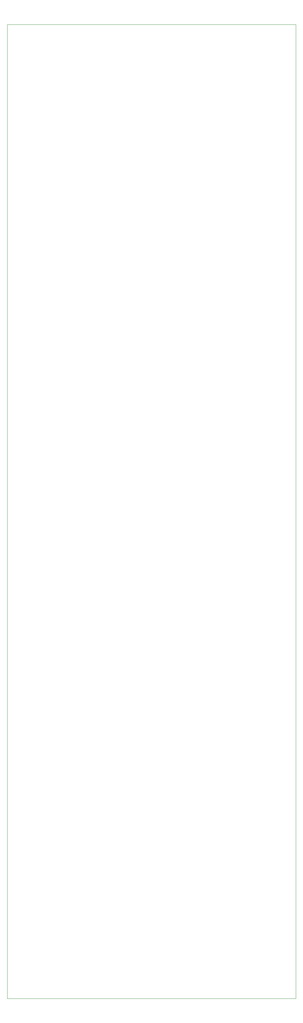
<source format=gbr>
%TF.GenerationSoftware,KiCad,Pcbnew,(5.1.10-1-10_14)*%
%TF.CreationDate,2021-10-20T12:30:06-04:00*%
%TF.ProjectId,16-bit-bus-prototype,31362d62-6974-42d6-9275-732d70726f74,rev?*%
%TF.SameCoordinates,Original*%
%TF.FileFunction,Profile,NP*%
%FSLAX46Y46*%
G04 Gerber Fmt 4.6, Leading zero omitted, Abs format (unit mm)*
G04 Created by KiCad (PCBNEW (5.1.10-1-10_14)) date 2021-10-20 12:30:06*
%MOMM*%
%LPD*%
G01*
G04 APERTURE LIST*
%TA.AperFunction,Profile*%
%ADD10C,0.050000*%
%TD*%
G04 APERTURE END LIST*
D10*
X61722000Y-35306000D02*
X61214000Y-35306000D01*
X61214000Y-297688000D02*
X61214000Y-35306000D01*
X64262000Y-35306000D02*
X61722000Y-35306000D01*
X139192000Y-35306000D02*
X64262000Y-35306000D01*
X139192000Y-297942000D02*
X139192000Y-35306000D01*
X61214000Y-297942000D02*
X139192000Y-297942000D01*
X61214000Y-297688000D02*
X61214000Y-297942000D01*
M02*

</source>
